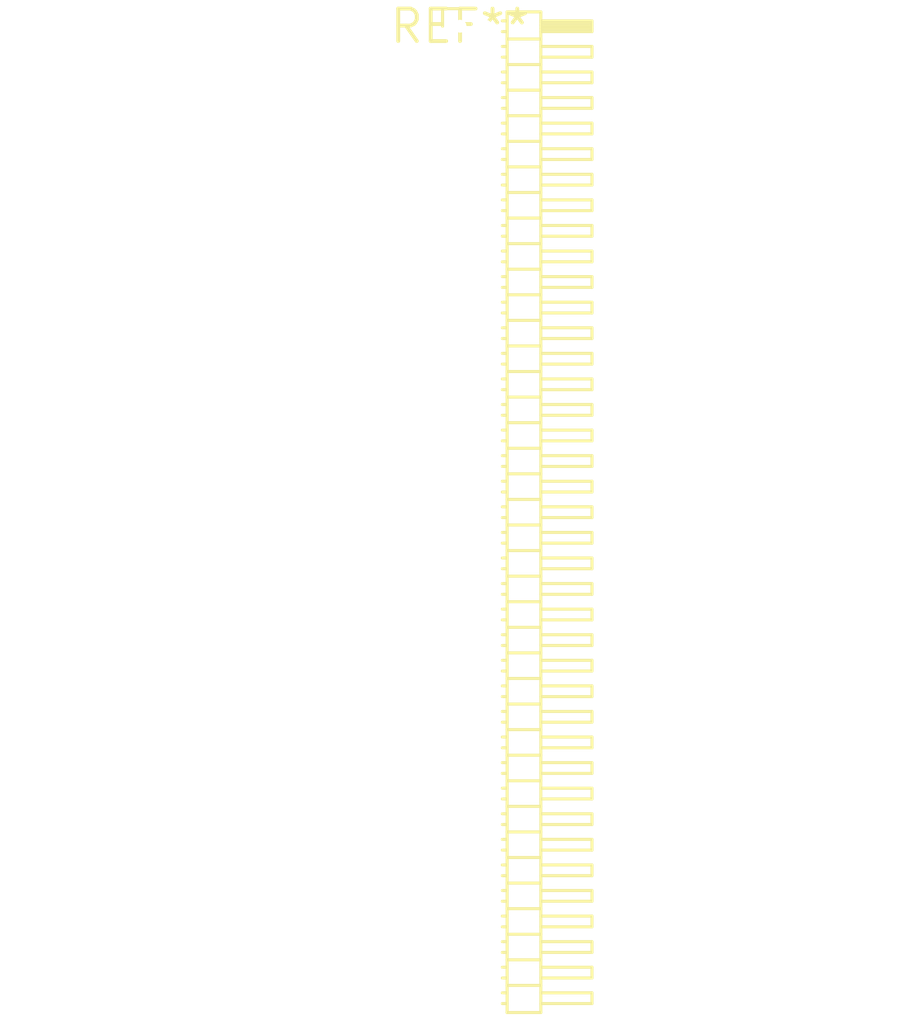
<source format=kicad_pcb>
(kicad_pcb (version 20240108) (generator pcbnew)
  (layers (0 "F.Cu" signal) (31 "B.Cu" signal) (34 "B.Paste" user) (35 "F.Paste" user) (36 "B.SilkS" user "B.Silkscreen") (37 "F.SilkS" user "F.Silkscreen") (38 "B.Mask" user) (39 "F.Mask" user) (44 "Edge.Cuts" user))
  (net 0 "")
  (footprint "PinHeader_2x39_P1.00mm_Horizontal" (layer "F.Cu") (at 0 0)
    (property "Reference" "REF**")
    (property "Value" "PinHeader_2x39_P1.00mm_Horizontal")
    (fp_line (start -0.685 -0.685) (end 0 -0.685) (layer "F.SilkS") (stroke (width 0.12)))
    (fp_line (start -0.685 0) (end -0.685 -0.685) (layer "F.SilkS") (stroke (width 0.12)))
    (fp_line (start 1.652016 -0.21) (end 1.84 -0.21) (layer "F.SilkS") (stroke (width 0.12)))
    (fp_line (start 1.652016 0.21) (end 1.84 0.21) (layer "F.SilkS") (stroke (width 0.12)))
    (fp_line (start 1.652016 0.79) (end 1.84 0.79) (layer "F.SilkS") (stroke (width 0.12)))
    (fp_line (start 1.652016 1.21) (end 1.84 1.21) (layer "F.SilkS") (stroke (width 0.12)))
    (fp_line (start 1.652016 1.79) (end 1.84 1.79) (layer "F.SilkS") (stroke (width 0.12)))
    (fp_line (start 1.652016 2.21) (end 1.84 2.21) (layer "F.SilkS") (stroke (width 0.12)))
    (fp_line (start 1.652016 2.79) (end 1.84 2.79) (layer "F.SilkS") (stroke (width 0.12)))
    (fp_line (start 1.652016 3.21) (end 1.84 3.21) (layer "F.SilkS") (stroke (width 0.12)))
    (fp_line (start 1.652016 3.79) (end 1.84 3.79) (layer "F.SilkS") (stroke (width 0.12)))
    (fp_line (start 1.652016 4.21) (end 1.84 4.21) (layer "F.SilkS") (stroke (width 0.12)))
    (fp_line (start 1.652016 4.79) (end 1.84 4.79) (layer "F.SilkS") (stroke (width 0.12)))
    (fp_line (start 1.652016 5.21) (end 1.84 5.21) (layer "F.SilkS") (stroke (width 0.12)))
    (fp_line (start 1.652016 5.79) (end 1.84 5.79) (layer "F.SilkS") (stroke (width 0.12)))
    (fp_line (start 1.652016 6.21) (end 1.84 6.21) (layer "F.SilkS") (stroke (width 0.12)))
    (fp_line (start 1.652016 6.79) (end 1.84 6.79) (layer "F.SilkS") (stroke (width 0.12)))
    (fp_line (start 1.652016 7.21) (end 1.84 7.21) (layer "F.SilkS") (stroke (width 0.12)))
    (fp_line (start 1.652016 7.79) (end 1.84 7.79) (layer "F.SilkS") (stroke (width 0.12)))
    (fp_line (start 1.652016 8.21) (end 1.84 8.21) (layer "F.SilkS") (stroke (width 0.12)))
    (fp_line (start 1.652016 8.79) (end 1.84 8.79) (layer "F.SilkS") (stroke (width 0.12)))
    (fp_line (start 1.652016 9.21) (end 1.84 9.21) (layer "F.SilkS") (stroke (width 0.12)))
    (fp_line (start 1.652016 9.79) (end 1.84 9.79) (layer "F.SilkS") (stroke (width 0.12)))
    (fp_line (start 1.652016 10.21) (end 1.84 10.21) (layer "F.SilkS") (stroke (width 0.12)))
    (fp_line (start 1.652016 10.79) (end 1.84 10.79) (layer "F.SilkS") (stroke (width 0.12)))
    (fp_line (start 1.652016 11.21) (end 1.84 11.21) (layer "F.SilkS") (stroke (width 0.12)))
    (fp_line (start 1.652016 11.79) (end 1.84 11.79) (layer "F.SilkS") (stroke (width 0.12)))
    (fp_line (start 1.652016 12.21) (end 1.84 12.21) (layer "F.SilkS") (stroke (width 0.12)))
    (fp_line (start 1.652016 12.79) (end 1.84 12.79) (layer "F.SilkS") (stroke (width 0.12)))
    (fp_line (start 1.652016 13.21) (end 1.84 13.21) (layer "F.SilkS") (stroke (width 0.12)))
    (fp_line (start 1.652016 13.79) (end 1.84 13.79) (layer "F.SilkS") (stroke (width 0.12)))
    (fp_line (start 1.652016 14.21) (end 1.84 14.21) (layer "F.SilkS") (stroke (width 0.12)))
    (fp_line (start 1.652016 14.79) (end 1.84 14.79) (layer "F.SilkS") (stroke (width 0.12)))
    (fp_line (start 1.652016 15.21) (end 1.84 15.21) (layer "F.SilkS") (stroke (width 0.12)))
    (fp_line (start 1.652016 15.79) (end 1.84 15.79) (layer "F.SilkS") (stroke (width 0.12)))
    (fp_line (start 1.652016 16.21) (end 1.84 16.21) (layer "F.SilkS") (stroke (width 0.12)))
    (fp_line (start 1.652016 16.79) (end 1.84 16.79) (layer "F.SilkS") (stroke (width 0.12)))
    (fp_line (start 1.652016 17.21) (end 1.84 17.21) (layer "F.SilkS") (stroke (width 0.12)))
    (fp_line (start 1.652016 17.79) (end 1.84 17.79) (layer "F.SilkS") (stroke (width 0.12)))
    (fp_line (start 1.652016 18.21) (end 1.84 18.21) (layer "F.SilkS") (stroke (width 0.12)))
    (fp_line (start 1.652016 18.79) (end 1.84 18.79) (layer "F.SilkS") (stroke (width 0.12)))
    (fp_line (start 1.652016 19.21) (end 1.84 19.21) (layer "F.SilkS") (stroke (width 0.12)))
    (fp_line (start 1.652016 19.79) (end 1.84 19.79) (layer "F.SilkS") (stroke (width 0.12)))
    (fp_line (start 1.652016 20.21) (end 1.84 20.21) (layer "F.SilkS") (stroke (width 0.12)))
    (fp_line (start 1.652016 20.79) (end 1.84 20.79) (layer "F.SilkS") (stroke (width 0.12)))
    (fp_line (start 1.652016 21.21) (end 1.84 21.21) (layer "F.SilkS") (stroke (width 0.12)))
    (fp_line (start 1.652016 21.79) (end 1.84 21.79) (layer "F.SilkS") (stroke (width 0.12)))
    (fp_line (start 1.652016 22.21) (end 1.84 22.21) (layer "F.SilkS") (stroke (width 0.12)))
    (fp_line (start 1.652016 22.79) (end 1.84 22.79) (layer "F.SilkS") (stroke (width 0.12)))
    (fp_line (start 1.652016 23.21) (end 1.84 23.21) (layer "F.SilkS") (stroke (width 0.12)))
    (fp_line (start 1.652016 23.79) (end 1.84 23.79) (layer "F.SilkS") (stroke (width 0.12)))
    (fp_line (start 1.652016 24.21) (end 1.84 24.21) (layer "F.SilkS") (stroke (width 0.12)))
    (fp_line (start 1.652016 24.79) (end 1.84 24.79) (layer "F.SilkS") (stroke (width 0.12)))
    (fp_line (start 1.652016 25.21) (end 1.84 25.21) (layer "F.SilkS") (stroke (width 0.12)))
    (fp_line (start 1.652016 25.79) (end 1.84 25.79) (layer "F.SilkS") (stroke (width 0.12)))
    (fp_line (start 1.652016 26.21) (end 1.84 26.21) (layer "F.SilkS") (stroke (width 0.12)))
    (fp_line (start 1.652016 26.79) (end 1.84 26.79) (layer "F.SilkS") (stroke (width 0.12)))
    (fp_line (start 1.652016 27.21) (end 1.84 27.21) (layer "F.SilkS") (stroke (width 0.12)))
    (fp_line (start 1.652016 27.79) (end 1.84 27.79) (layer "F.SilkS") (stroke (width 0.12)))
    (fp_line (start 1.652016 28.21) (end 1.84 28.21) (layer "F.SilkS") (stroke (width 0.12)))
    (fp_line (start 1.652016 28.79) (end 1.84 28.79) (layer "F.SilkS") (stroke (width 0.12)))
    (fp_line (start 1.652016 29.21) (end 1.84 29.21) (layer "F.SilkS") (stroke (width 0.12)))
    (fp_line (start 1.652016 29.79) (end 1.84 29.79) (layer "F.SilkS") (stroke (width 0.12)))
    (fp_line (start 1.652016 30.21) (end 1.84 30.21) (layer "F.SilkS") (stroke (width 0.12)))
    (fp_line (start 1.652016 30.79) (end 1.84 30.79) (layer "F.SilkS") (stroke (width 0.12)))
    (fp_line (start 1.652016 31.21) (end 1.84 31.21) (layer "F.SilkS") (stroke (width 0.12)))
    (fp_line (start 1.652016 31.79) (end 1.84 31.79) (layer "F.SilkS") (stroke (width 0.12)))
    (fp_line (start 1.652016 32.21) (end 1.84 32.21) (layer "F.SilkS") (stroke (width 0.12)))
    (fp_line (start 1.652016 32.79) (end 1.84 32.79) (layer "F.SilkS") (stroke (width 0.12)))
    (fp_line (start 1.652016 33.21) (end 1.84 33.21) (layer "F.SilkS") (stroke (width 0.12)))
    (fp_line (start 1.652016 33.79) (end 1.84 33.79) (layer "F.SilkS") (stroke (width 0.12)))
    (fp_line (start 1.652016 34.21) (end 1.84 34.21) (layer "F.SilkS") (stroke (width 0.12)))
    (fp_line (start 1.652016 34.79) (end 1.84 34.79) (layer "F.SilkS") (stroke (width 0.12)))
    (fp_line (start 1.652016 35.21) (end 1.84 35.21) (layer "F.SilkS") (stroke (width 0.12)))
    (fp_line (start 1.652016 35.79) (end 1.84 35.79) (layer "F.SilkS") (stroke (width 0.12)))
    (fp_line (start 1.652016 36.21) (end 1.84 36.21) (layer "F.SilkS") (stroke (width 0.12)))
    (fp_line (start 1.652016 36.79) (end 1.84 36.79) (layer "F.SilkS") (stroke (width 0.12)))
    (fp_line (start 1.652016 37.21) (end 1.84 37.21) (layer "F.SilkS") (stroke (width 0.12)))
    (fp_line (start 1.652016 37.79) (end 1.84 37.79) (layer "F.SilkS") (stroke (width 0.12)))
    (fp_line (start 1.652016 38.21) (end 1.84 38.21) (layer "F.SilkS") (stroke (width 0.12)))
    (fp_line (start 1.84 -0.56) (end 1.84 38.56) (layer "F.SilkS") (stroke (width 0.12)))
    (fp_line (start 1.84 0.5) (end 3.16 0.5) (layer "F.SilkS") (stroke (width 0.12)))
    (fp_line (start 1.84 1.5) (end 3.16 1.5) (layer "F.SilkS") (stroke (width 0.12)))
    (fp_line (start 1.84 2.5) (end 3.16 2.5) (layer "F.SilkS") (stroke (width 0.12)))
    (fp_line (start 1.84 3.5) (end 3.16 3.5) (layer "F.SilkS") (stroke (width 0.12)))
    (fp_line (start 1.84 4.5) (end 3.16 4.5) (layer "F.SilkS") (stroke (width 0.12)))
    (fp_line (start 1.84 5.5) (end 3.16 5.5) (layer "F.SilkS") (stroke (width 0.12)))
    (fp_line (start 1.84 6.5) (end 3.16 6.5) (layer "F.SilkS") (stroke (width 0.12)))
    (fp_line (start 1.84 7.5) (end 3.16 7.5) (layer "F.SilkS") (stroke (width 0.12)))
    (fp_line (start 1.84 8.5) (end 3.16 8.5) (layer "F.SilkS") (stroke (width 0.12)))
    (fp_line (start 1.84 9.5) (end 3.16 9.5) (layer "F.SilkS") (stroke (width 0.12)))
    (fp_line (start 1.84 10.5) (end 3.16 10.5) (layer "F.SilkS") (stroke (width 0.12)))
    (fp_line (start 1.84 11.5) (end 3.16 11.5) (layer "F.SilkS") (stroke (width 0.12)))
    (fp_line (start 1.84 12.5) (end 3.16 12.5) (layer "F.SilkS") (stroke (width 0.12)))
    (fp_line (start 1.84 13.5) (end 3.16 13.5) (layer "F.SilkS") (stroke (width 0.12)))
    (fp_line (start 1.84 14.5) (end 3.16 14.5) (layer "F.SilkS") (stroke (width 0.12)))
    (fp_line (start 1.84 15.5) (end 3.16 15.5) (layer "F.SilkS") (stroke (width 0.12)))
    (fp_line (start 1.84 16.5) (end 3.16 16.5) (layer "F.SilkS") (stroke (width 0.12)))
    (fp_line (start 1.84 17.5) (end 3.16 17.5) (layer "F.SilkS") (stroke (width 0.12)))
    (fp_line (start 1.84 18.5) (end 3.16 18.5) (layer "F.SilkS") (stroke (width 0.12)))
    (fp_line (start 1.84 19.5) (end 3.16 19.5) (layer "F.SilkS") (stroke (width 0.12)))
    (fp_line (start 1.84 20.5) (end 3.16 20.5) (layer "F.SilkS") (stroke (width 0.12)))
    (fp_line (start 1.84 21.5) (end 3.16 21.5) (layer "F.SilkS") (stroke (width 0.12)))
    (fp_line (start 1.84 22.5) (end 3.16 22.5) (layer "F.SilkS") (stroke (width 0.12)))
    (fp_line (start 1.84 23.5) (end 3.16 23.5) (layer "F.SilkS") (stroke (width 0.12)))
    (fp_line (start 1.84 24.5) (end 3.16 24.5) (layer "F.SilkS") (stroke (width 0.12)))
    (fp_line (start 1.84 25.5) (end 3.16 25.5) (layer "F.SilkS") (stroke (width 0.12)))
    (fp_line (start 1.84 26.5) (end 3.16 26.5) (layer "F.SilkS") (stroke (width 0.12)))
    (fp_line (start 1.84 27.5) (end 3.16 27.5) (layer "F.SilkS") (stroke (width 0.12)))
    (fp_line (start 1.84 28.5) (end 3.16 28.5) (layer "F.SilkS") (stroke (width 0.12)))
    (fp_line (start 1.84 29.5) (end 3.16 29.5) (layer "F.SilkS") (stroke (width 0.12)))
    (fp_line (start 1.84 30.5) (end 3.16 30.5) (layer "F.SilkS") (stroke (width 0.12)))
    (fp_line (start 1.84 31.5) (end 3.16 31.5) (layer "F.SilkS") (stroke (width 0.12)))
    (fp_line (start 1.84 32.5) (end 3.16 32.5) (layer "F.SilkS") (stroke (width 0.12)))
    (fp_line (start 1.84 33.5) (end 3.16 33.5) (layer "F.SilkS") (stroke (width 0.12)))
    (fp_line (start 1.84 34.5) (end 3.16 34.5) (layer "F.SilkS") (stroke (width 0.12)))
    (fp_line (start 1.84 35.5) (end 3.16 35.5) (layer "F.SilkS") (stroke (width 0.12)))
    (fp_line (start 1.84 36.5) (end 3.16 36.5) (layer "F.SilkS") (stroke (width 0.12)))
    (fp_line (start 1.84 37.5) (end 3.16 37.5) (layer "F.SilkS") (stroke (width 0.12)))
    (fp_line (start 1.84 38.56) (end 3.16 38.56) (layer "F.SilkS") (stroke (width 0.12)))
    (fp_line (start 3.16 -0.56) (end 1.84 -0.56) (layer "F.SilkS") (stroke (width 0.12)))
    (fp_line (start 3.16 -0.21) (end 5.16 -0.21) (layer "F.SilkS") (stroke (width 0.12)))
    (fp_line (start 3.16 -0.15) (end 5.16 -0.15) (layer "F.SilkS") (stroke (width 0.12)))
    (fp_line (start 3.16 -0.03) (end 5.16 -0.03) (layer "F.SilkS") (stroke (width 0.12)))
    (fp_line (start 3.16 0.09) (end 5.16 0.09) (layer "F.SilkS") (stroke (width 0.12)))
    (fp_line (start 3.16 0.79) (end 5.16 0.79) (layer "F.SilkS") (stroke (width 0.12)))
    (fp_line (start 3.16 1.79) (end 5.16 1.79) (layer "F.SilkS") (stroke (width 0.12)))
    (fp_line (start 3.16 2.79) (end 5.16 2.79) (layer "F.SilkS") (stroke (width 0.12)))
    (fp_line (start 3.16 3.79) (end 5.16 3.79) (layer "F.SilkS") (stroke (width 0.12)))
    (fp_line (start 3.16 4.79) (end 5.16 4.79) (layer "F.SilkS") (stroke (width 0.12)))
    (fp_line (start 3.16 5.79) (end 5.16 5.79) (layer "F.SilkS") (stroke (width 0.12)))
    (fp_line (start 3.16 6.79) (end 5.16 6.79) (layer "F.SilkS") (stroke (width 0.12)))
    (fp_line (start 3.16 7.79) (end 5.16 7.79) (layer "F.SilkS") (stroke (width 0.12)))
    (fp_line (start 3.16 8.79) (end 5.16 8.79) (layer "F.SilkS") (stroke (width 0.12)))
    (fp_line (start 3.16 9.79) (end 5.16 9.79) (layer "F.SilkS") (stroke (width 0.12)))
    (fp_line (start 3.16 10.79) (end 5.16 10.79) (layer "F.SilkS") (stroke (width 0.12)))
    (fp_line (start 3.16 11.79) (end 5.16 11.79) (layer "F.SilkS") (stroke (width 0.12)))
    (fp_line (start 3.16 12.79) (end 5.16 12.79) (layer "F.SilkS") (stroke (width 0.12)))
    (fp_line (start 3.16 13.79) (end 5.16 13.79) (layer "F.SilkS") (stroke (width 0.12)))
    (fp_line (start 3.16 14.79) (end 5.16 14.79) (layer "F.SilkS") (stroke (width 0.12)))
    (fp_line (start 3.16 15.79) (end 5.16 15.79) (layer "F.SilkS") (stroke (width 0.12)))
    (fp_line (start 3.16 16.79) (end 5.16 16.79) (layer "F.SilkS") (stroke (width 0.12)))
    (fp_line (start 3.16 17.79) (end 5.16 17.79) (layer "F.SilkS") (stroke (width 0.12)))
    (fp_line (start 3.16 18.79) (end 5.16 18.79) (layer "F.SilkS") (stroke (width 0.12)))
    (fp_line (start 3.16 19.79) (end 5.16 19.79) (layer "F.SilkS") (stroke (width 0.12)))
    (fp_line (start 3.16 20.79) (end 5.16 20.79) (layer "F.SilkS") (stroke (width 0.12)))
    (fp_line (start 3.16 21.79) (end 5.16 21.79) (layer "F.SilkS") (stroke (width 0.12)))
    (fp_line (start 3.16 22.79) (end 5.16 22.79) (layer "F.SilkS") (stroke (width 0.12)))
    (fp_line (start 3.16 23.79) (end 5.16 23.79) (layer "F.SilkS") (stroke (width 0.12)))
    (fp_line (start 3.16 24.79) (end 5.16 24.79) (layer "F.SilkS") (stroke (width 0.12)))
    (fp_line (start 3.16 25.79) (end 5.16 25.79) (layer "F.SilkS") (stroke (width 0.12)))
    (fp_line (start 3.16 26.79) (end 5.16 26.79) (layer "F.SilkS") (stroke (width 0.12)))
    (fp_line (start 3.16 27.79) (end 5.16 27.79) (layer "F.SilkS") (stroke (width 0.12)))
    (fp_line (start 3.16 28.79) (end 5.16 28.79) (layer "F.SilkS") (stroke (width 0.12)))
    (fp_line (start 3.16 29.79) (end 5.16 29.79) (layer "F.SilkS") (stroke (width 0.12)))
    (fp_line (start 3.16 30.79) (end 5.16 30.79) (layer "F.SilkS") (stroke (width 0.12)))
    (fp_line (start 3.16 31.79) (end 5.16 31.79) (layer "F.SilkS") (stroke (width 0.12)))
    (fp_line (start 3.16 32.79) (end 5.16 32.79) (layer "F.SilkS") (stroke (width 0.12)))
    (fp_line (start 3.16 33.79) (end 5.16 33.79) (layer "F.SilkS") (stroke (width 0.12)))
    (fp_line (start 3.16 34.79) (end 5.16 34.79) (layer "F.SilkS") (stroke (width 0.12)))
    (fp_line (start 3.16 35.79) (end 5.16 35.79) (layer "F.SilkS") (stroke (width 0.12)))
    (fp_line (start 3.16 36.79) (end 5.16 36.79) (layer "F.SilkS") (stroke (width 0.12)))
    (fp_line (start 3.16 37.79) (end 5.16 37.79) (layer "F.SilkS") (stroke (width 0.12)))
    (fp_line (start 3.16 38.56) (end 3.16 -0.56) (layer "F.SilkS") (stroke (width 0.12)))
    (fp_line (start 5.16 -0.21) (end 5.16 0.21) (layer "F.SilkS") (stroke (width 0.12)))
    (fp_line (start 5.16 0.21) (end 3.16 0.21) (layer "F.SilkS") (stroke (width 0.12)))
    (fp_line (start 5.16 0.79) (end 5.16 1.21) (layer "F.SilkS") (stroke (width 0.12)))
    (fp_line (start 5.16 1.21) (end 3.16 1.21) (layer "F.SilkS") (stroke (width 0.12)))
    (fp_line (start 5.16 1.79) (end 5.16 2.21) (layer "F.SilkS") (stroke (width 0.12)))
    (fp_line (start 5.16 2.21) (end 3.16 2.21) (layer "F.SilkS") (stroke (width 0.12)))
    (fp_line (start 5.16 2.79) (end 5.16 3.21) (layer "F.SilkS") (stroke (width 0.12)))
    (fp_line (start 5.16 3.21) (end 3.16 3.21) (layer "F.SilkS") (stroke (width 0.12)))
    (fp_line (start 5.16 3.79) (end 5.16 4.21) (layer "F.SilkS") (stroke (width 0.12)))
    (fp_line (start 5.16 4.21) (end 3.16 4.21) (layer "F.SilkS") (stroke (width 0.12)))
    (fp_line (start 5.16 4.79) (end 5.16 5.21) (layer "F.SilkS") (stroke (width 0.12)))
    (fp_line (start 5.16 5.21) (end 3.16 5.21) (layer "F.SilkS") (stroke (width 0.12)))
    (fp_line (start 5.16 5.79) (end 5.16 6.21) (layer "F.SilkS") (stroke (width 0.12)))
    (fp_line (start 5.16 6.21) (end 3.16 6.21) (layer "F.SilkS") (stroke (width 0.12)))
    (fp_line (start 5.16 6.79) (end 5.16 7.21) (layer "F.SilkS") (stroke (width 0.12)))
    (fp_line (start 5.16 7.21) (end 3.16 7.21) (layer "F.SilkS") (stroke (width 0.12)))
    (fp_line (start 5.16 7.79) (end 5.16 8.21) (layer "F.SilkS") (stroke (width 0.12)))
    (fp_line (start 5.16 8.21) (end 3.16 8.21) (layer "F.SilkS") (stroke (width 0.12)))
    (fp_line (start 5.16 8.79) (end 5.16 9.21) (layer "F.SilkS") (stroke (width 0.12)))
    (fp_line (start 5.16 9.21) (end 3.16 9.21) (layer "F.SilkS") (stroke (width 0.12)))
    (fp_line (start 5.16 9.79) (end 5.16 10.21) (layer "F.SilkS") (stroke (width 0.12)))
    (fp_line (start 5.16 10.21) (end 3.16 10.21) (layer "F.SilkS") (stroke (width 0.12)))
    (fp_line (start 5.16 10.79) (end 5.16 11.21) (layer "F.SilkS") (stroke (width 0.12)))
    (fp_line (start 5.16 11.21) (end 3.16 11.21) (layer "F.SilkS") (stroke (width 0.12)))
    (fp_line (start 5.16 11.79) (end 5.16 12.21) (layer "F.SilkS") (stroke (width 0.12)))
    (fp_line (start 5.16 12.21) (end 3.16 12.21) (layer "F.SilkS") (stroke (width 0.12)))
    (fp_line (start 5.16 12.79) (end 5.16 13.21) (layer "F.SilkS") (stroke (width 0.12)))
    (fp_line (start 5.16 13.21) (end 3.16 13.21) (layer "F.SilkS") (stroke (width 0.12)))
    (fp_line (start 5.16 13.79) (end 5.16 14.21) (layer "F.SilkS") (stroke (width 0.12)))
    (fp_line (start 5.16 14.21) (end 3.16 14.21) (layer "F.SilkS") (stroke (width 0.12)))
    (fp_line (start 5.16 14.79) (end 5.16 15.21) (layer "F.SilkS") (stroke (width 0.12)))
    (fp_line (start 5.16 15.21) (end 3.16 15.21) (layer "F.SilkS") (stroke (width 0.12)))
    (fp_line (start 5.16 15.79) (end 5.16 16.21) (layer "F.SilkS") (stroke (width 0.12)))
    (fp_line (start 5.16 16.21) (end 3.16 16.21) (layer "F.SilkS") (stroke (width 0.12)))
    (fp_line (start 5.16 16.79) (end 5.16 17.21) (layer "F.SilkS") (stroke (width 0.12)))
    (fp_line (start 5.16 17.21) (end 3.16 17.21) (layer "F.SilkS") (stroke (width 0.12)))
    (fp_line (start 5.16 17.79) (end 5.16 18.21) (layer "F.SilkS") (stroke (width 0.12)))
    (fp_line (start 5.16 18.21) (end 3.16 18.21) (layer "F.SilkS") (stroke (width 0.12)))
    (fp_line (start 5.16 18.79) (end 5.16 19.21) (layer "F.SilkS") (stroke (width 0.12)))
    (fp_line (start 5.16 19.21) (end 3.16 19.21) (layer "F.SilkS") (stroke (width 0.12)))
    (fp_line (start 5.16 19.79) (end 5.16 20.21) (layer "F.SilkS") (stroke (width 0.12)))
    (fp_line (start 5.16 20.21) (end 3.16 20.21) (layer "F.SilkS") (stroke (width 0.12)))
    (fp_line (start 5.16 20.79) (end 5.16 21.21) (layer "F.SilkS") (stroke (width 0.12)))
    (fp_line (start 5.16 21.21) (end 3.16 21.21) (layer "F.SilkS") (stroke (width 0.12)))
    (fp_line (start 5.16 21.79) (end 5.16 22.21) (layer "F.SilkS") (stroke (width 0.12)))
    (fp_line (start 5.16 22.21) (end 3.16 22.21) (layer "F.SilkS") (stroke (width 0.12)))
    (fp_line (start 5.16 22.79) (end 5.16 23.21) (layer "F.SilkS") (stroke (width 0.12)))
    (fp_line (start 5.16 23.21) (end 3.16 23.21) (layer "F.SilkS") (stroke (width 0.12)))
    (fp_line (start 5.16 23.79) (end 5.16 24.21) (layer "F.SilkS") (stroke (width 0.12)))
    (fp_line (start 5.16 24.21) (end 3.16 24.21) (layer "F.SilkS") (stroke (width 0.12)))
    (fp_line (start 5.16 24.79) (end 5.16 25.21) (layer "F.SilkS") (stroke (width 0.12)))
    (fp_line (start 5.16 25.21) (end 3.16 25.21) (layer "F.SilkS") (stroke (width 0.12)))
    (fp_line (start 5.16 25.79) (end 5.16 26.21) (layer "F.SilkS") (stroke (width 0.12)))
    (fp_line (start 5.16 26.21) (end 3.16 26.21) (layer "F.SilkS") (stroke (width 0.12)))
    (fp_line (start 5.16 26.79) (end 5.16 27.21) (layer "F.SilkS") (stroke (width 0.12)))
    (fp_line (start 5.16 27.21) (end 3.16 27.21) (layer "F.SilkS") (stroke (width 0.12)))
    (fp_line (start 5.16 27.79) (end 5.16 28.21) (layer "F.SilkS") (stroke (width 0.12)))
    (fp_line (start 5.16 28.21) (end 3.16 28.21) (layer "F.SilkS") (stroke (width 0.12)))
    (fp_line (start 5.16 28.79) (end 5.16 29.21) (layer "F.SilkS") (stroke (width 0.12)))
    (fp_line (start 5.16 29.21) (end 3.16 29.21) (layer "F.SilkS") (stroke (width 0.12)))
    (fp_line (start 5.16 29.79) (end 5.16 30.21) (layer "F.SilkS") (stroke (width 0.12)))
    (fp_line (start 5.16 30.21) (end 3.16 30.21) (layer "F.SilkS") (stroke (width 0.12)))
    (fp_line (start 5.16 30.79) (end 5.16 31.21) (layer "F.SilkS") (stroke (width 0.12)))
    (fp_line (start 5.16 31.21) (end 3.16 31.21) (layer "F.SilkS") (stroke (width 0.12)))
    (fp_line (start 5.16 31.79) (end 5.16 32.21) (layer "F.SilkS") (stroke (width 0.12)))
    (fp_line (start 5.16 32.21) (end 3.16 32.21) (layer "F.SilkS") (stroke (width 0.12)))
    (fp_line (start 5.16 32.79) (end 5.16 33.21) (layer "F.SilkS") (stroke (width 0.12)))
    (fp_line (start 5.16 33.21) (end 3.16 33.21) (layer "F.SilkS") (stroke (width 0.12)))
    (fp_line (start 5.16 33.79) (end 5.16 34.21) (layer "F.SilkS") (stroke (width 0.12)))
    (fp_line (start 5.16 34.21) (end 3.16 34.21) (layer "F.SilkS") (stroke (width 0.12)))
    (fp_line (start 5.16 34.79) (end 5.16 35.21) (layer "F.SilkS") (stroke (width 0.12)))
    (fp_line (start 5.16 35.21) (end 3.16 35.21) (layer "F.SilkS") (stroke (width 0.12)))
    (fp_line (start 5.16 35.79) (end 5.16 36.21) (layer "F.SilkS") (stroke (width 0.12)))
    (fp_line (start 5.16 36.21) (end 3.16 36.21) (layer "F.SilkS") (stroke (width 0.12)))
    (fp_line (start 5.16 36.79) (end 5.16 37.21) (layer "F.SilkS") (stroke (width 0.12)))
    (fp_line (start 5.16 37.21) (end 3.16 37.21) (layer "F.SilkS") (stroke (width 0.12)))
    (fp_line (start 5.16 37.79) (end 5.16 38.21) (layer "F.SilkS") (stroke (width 0.12)))
    (fp_line (start 5.16 38.21) (end 3.16 38.21) (layer "F.SilkS") (stroke (width 0.12)))
    (pad "1" thru_hole rect (at 0 0) (size 0.85 0.85) (drill 0.5) (layers *.Cu *.Mask) (remove_unused_layers))
    (pad "2" thru_hole oval (at 1 0) (size 0.85 0.85) (drill 0.5) (layers *.Cu *.Mask) (remove_unused_layers))
    (pad "3" thru_hole oval (at 0 1) (size 0.85 0.85) (drill 0.5) (layers *.Cu *.Mask) (remove_unused_layers))
    (pad "4" thru_hole oval (at 1 1) (size 0.85 0.85) (drill 0.5) (layers *.Cu *.Mask) (remove_unused_layers))
    (pad "5" thru_hole oval (at 0 2) (size 0.85 0.85) (drill 0.5) (layers *.Cu *.Mask) (remove_unused_layers))
    (pad "6" thru_hole oval (at 1 2) (size 0.85 0.85) (drill 0.5) (layers *.Cu *.Mask) (remove_unused_layers))
    (pad "7" thru_hole oval (at 0 3) (size 0.85 0.85) (drill 0.5) (layers *.Cu *.Mask) (remove_unused_layers))
    (pad "8" thru_hole oval (at 1 3) (size 0.85 0.85) (drill 0.5) (layers *.Cu *.Mask) (remove_unused_layers))
    (pad "9" thru_hole oval (at 0 4) (size 0.85 0.85) (drill 0.5) (layers *.Cu *.Mask) (remove_unused_layers))
    (pad "10" thru_hole oval (at 1 4) (size 0.85 0.85) (drill 0.5) (layers *.Cu *.Mask) (remove_unused_layers))
    (pad "11" thru_hole oval (at 0 5) (size 0.85 0.85) (drill 0.5) (layers *.Cu *.Mask) (remove_unused_layers))
    (pad "12" thru_hole oval (at 1 5) (size 0.85 0.85) (drill 0.5) (layers *.Cu *.Mask) (remove_unused_layers))
    (pad "13" thru_hole oval (at 0 6) (size 0.85 0.85) (drill 0.5) (layers *.Cu *.Mask) (remove_unused_layers))
    (pad "14" thru_hole oval (at 1 6) (size 0.85 0.85) (drill 0.5) (layers *.Cu *.Mask) (remove_unused_layers))
    (pad "15" thru_hole oval (at 0 7) (size 0.85 0.85) (drill 0.5) (layers *.Cu *.Mask) (remove_unused_layers))
    (pad "16" thru_hole oval (at 1 7) (size 0.85 0.85) (drill 0.5) (layers *.Cu *.Mask) (remove_unused_layers))
    (pad "17" thru_hole oval (at 0 8) (size 0.85 0.85) (drill 0.5) (layers *.Cu *.Mask) (remove_unused_layers))
    (pad "18" thru_hole oval (at 1 8) (size 0.85 0.85) (drill 0.5) (layers *.Cu *.Mask) (remove_unused_layers))
    (pad "19" thru_hole oval (at 0 9) (size 0.85 0.85) (drill 0.5) (layers *.Cu *.Mask) (remove_unused_layers))
    (pad "20" thru_hole oval (at 1 9) (size 0.85 0.85) (drill 0.5) (layers *.Cu *.Mask) (remove_unused_layers))
    (pad "21" thru_hole oval (at 0 10) (size 0.85 0.85) (drill 0.5) (layers *.Cu *.Mask) (remove_unused_layers))
    (pad "22" thru_hole oval (at 1 10) (size 0.85 0.85) (drill 0.5) (layers *.Cu *.Mask) (remove_unused_layers))
    (pad "23" thru_hole oval (at 0 11) (size 0.85 0.85) (drill 0.5) (layers *.Cu *.Mask) (remove_unused_layers))
    (pad "24" thru_hole oval (at 1 11) (size 0.85 0.85) (drill 0.5) (layers *.Cu *.Mask) (remove_unused_layers))
    (pad "25" thru_hole oval (at 0 12) (size 0.85 0.85) (drill 0.5) (layers *.Cu *.Mask) (remove_unused_layers))
    (pad "26" thru_hole oval (at 1 12) (size 0.85 0.85) (drill 0.5) (layers *.Cu *.Mask) (remove_unused_layers))
    (pad "27" thru_hole oval (at 0 13) (size 0.85 0.85) (drill 0.5) (layers *.Cu *.Mask) (remove_unused_layers))
    (pad "28" thru_hole oval (at 1 13) (size 0.85 0.85) (drill 0.5) (layers *.Cu *.Mask) (remove_unused_layers))
    (pad "29" thru_hole oval (at 0 14) (size 0.85 0.85) (drill 0.5) (layers *.Cu *.Mask) (remove_unused_layers))
    (pad "30" thru_hole oval (at 1 14) (size 0.85 0.85) (drill 0.5) (layers *.Cu *.Mask) (remove_unused_layers))
    (pad "31" thru_hole oval (at 0 15) (size 0.85 0.85) (drill 0.5) (layers *.Cu *.Mask) (remove_unused_layers))
    (pad "32" thru_hole oval (at 1 15) (size 0.85 0.85) (drill 0.5) (layers *.Cu *.Mask) (remove_unused_layers))
    (pad "33" thru_hole oval (at 0 16) (size 0.85 0.85) (drill 0.5) (layers *.Cu *.Mask) (remove_unused_layers))
    (pad "34" thru_hole oval (at 1 16) (size 0.85 0.85) (drill 0.5) (layers *.Cu *.Mask) (remove_unused_layers))
    (pad "35" thru_hole oval (at 0 17) (size 0.85 0.85) (drill 0.5) (layers *.Cu *.Mask) (remove_unused_layers))
    (pad "36" thru_hole oval (at 1 17) (size 0.85 0.85) (drill 0.5) (layers *.Cu *.Mask) (remove_unused_layers))
    (pad "37" thru_hole oval (at 0 18) (size 0.85 0.85) (drill 0.5) (layers *.Cu *.Mask) (remove_unused_layers))
    (pad "38" thru_hole oval (at 1 18) (size 0.85 0.85) (drill 0.5) (layers *.Cu *.Mask) (remove_unused_layers))
    (pad "39" thru_hole oval (at 0 19) (size 0.85 0.85) (drill 0.5) (layers *.Cu *.Mask) (remove_unused_layers))
    (pad "40" thru_hole oval (at 1 19) (size 0.85 0.85) (drill 0.5) (layers *.Cu *.Mask) (remove_unused_layers))
    (pad "41" thru_hole oval (at 0 20) (size 0.85 0.85) (drill 0.5) (layers *.Cu *.Mask) (remove_unused_layers))
    (pad "42" thru_hole oval (at 1 20) (size 0.85 0.85) (drill 0.5) (layers *.Cu *.Mask) (remove_unused_layers))
    (pad "43" thru_hole oval (at 0 21) (size 0.85 0.85) (drill 0.5) (layers *.Cu *.Mask) (remove_unused_layers))
    (pad "44" thru_hole oval (at 1 21) (size 0.85 0.85) (drill 0.5) (layers *.Cu *.Mask) (remove_unused_layers))
    (pad "45" thru_hole oval (at 0 22) (size 0.85 0.85) (drill 0.5) (layers *.Cu *.Mask) (remove_unused_layers))
    (pad "46" thru_hole oval (at 1 22) (size 0.85 0.85) (drill 0.5) (layers *.Cu *.Mask) (remove_unused_layers))
    (pad "47" thru_hole oval (at 0 23) (size 0.85 0.85) (drill 0.5) (layers *.Cu *.Mask) (remove_unused_layers))
    (pad "48" thru_hole oval (at 1 23) (size 0.85 0.85) (drill 0.5) (layers *.Cu *.Mask) (remove_unused_layers))
    (pad "49" thru_hole oval (at 0 24) (size 0.85 0.85) (drill 0.5) (layers *.Cu *.Mask) (remove_unused_layers))
    (pad "50" thru_hole oval (at 1 24) (size 0.85 0.85) (drill 0.5) (layers *.Cu *.Mask) (remove_unused_layers))
    (pad "51" thru_hole oval (at 0 25) (size 0.85 0.85) (drill 0.5) (layers *.Cu *.Mask) (remove_unused_layers))
    (pad "52" thru_hole oval (at 1 25) (size 0.85 0.85) (drill 0.5) (layers *.Cu *.Mask) (remove_unused_layers))
    (pad "53" thru_hole oval (at 0 26) (size 0.85 0.85) (drill 0.5) (layers *.Cu *.Mask) (remove_unused_layers))
    (pad "54" thru_hole oval (at 1 26) (size 0.85 0.85) (drill 0.5) (layers *.Cu *.Mask) (remove_unused_layers))
    (pad "55" thru_hole oval (at 0 27) (size 0.85 0.85) (drill 0.5) (layers *.Cu *.Mask) (remove_unused_layers))
    (pad "56" thru_hole oval (at 1 27) (size 0.85 0.85) (drill 0.5) (layers *.Cu *.Mask) (remove_unused_layers))
    (pad "57" thru_hole oval (at 0 28) (size 0.85 0.85) (drill 0.5) (layers *.Cu *.Mask) (remove_unused_layers))
    (pad "58" thru_hole oval (at 1 28) (size 0.85 0.85) (drill 0.5) (layers *.Cu *.Mask) (remove_unused_layers))
    (pad "59" thru_hole oval (at 0 29) (size 0.85 0.85) (drill 0.5) (layers *.Cu *.Mask) (remove_unused_layers))
    (pad "60" thru_hole oval (at 1 29) (size 0.85 0.85) (drill 0.5) (layers *.Cu *.Mask) (remove_unused_layers))
    (pad "61" thru_hole oval (at 0 30) (size 0.85 0.85) (drill 0.5) (layers *.Cu *.Mask) (remove_unused_layers))
    (pad "62" thru_hole oval (at 1 30) (size 0.85 0.85) (drill 0.5) (layers *.Cu *.Mask) (remove_unused_layers))
    (pad "63" thru_hole oval (at 0 31) (size 0.85 0.85) (drill 0.5) (layers *.Cu *.Mask) (remove_unused_layers))
    (pad "64" thru_hole oval (at 1 31) (size 0.85 0.85) (drill 0.5) (layers *.Cu *.Mask) (remove_unused_layers))
    (pad "65" thru_hole oval (at 0 32) (size 0.85 0.85) (drill 0.5) (layers *.Cu *.Mask) (remove_unused_layers))
    (pad "66" thru_hole oval (at 1 32) (size 0.85 0.85) (drill 0.5) (layers *.Cu *.Mask) (remove_unused_layers))
    (pad "67" thru_hole oval (at 0 33) (size 0.85 0.85) (drill 0.5) (layers *.Cu *.Mask) (remove_unused_layers))
    (pad "68" thru_hole oval (at 1 33) (size 0.85 0.85) (drill 0.5) (layers *.Cu *.Mask) (remove_unused_layers))
    (pad "69" thru_hole oval (at 0 34) (size 0.85 0.85) (drill 0.5) (layers *.Cu *.Mask) (remove_unused_layers))
    (pad "70" thru_hole oval (at 1 34) (size 0.85 0.85) (drill 0.5) (layers *.Cu *.Mask) (remove_unused_layers))
    (pad "71" thru_hole oval (at 0 35) (size 0.85 0.85) (drill 0.5) (layers *.Cu *.Mask) (remove_unused_layers))
    (pad "72" thru_hole oval (at 1 35) (size 0.85 0.85) (drill 0.5) (layers *.Cu *.Mask) (remove_unused_layers))
    (pad "73" thru_hole oval (at 0 36) (size 0.85 0.85) (drill 0.5) (layers *.Cu *.Mask) (remove_unused_layers))
    (pad "74" thru_hole oval (at 1 36) (size 0.85 0.85) (drill 0.5) (layers *.Cu *.Mask) (remove_unused_layers))
    (pad "75" thru_hole oval (at 0 37) (size 0.85 0.85) (drill 0.5) (layers *.Cu *.Mask) (remove_unused_layers))
    (pad "76" thru_hole oval (at 1 37) (size 0.85 0.85) (drill 0.5) (layers *.Cu *.Mask) (remove_unused_layers))
    (pad "77" thru_hole oval (at 0 38) (size 0.85 0.85) (drill 0.5) (layers *.Cu *.Mask) (remove_unused_layers))
    (pad "78" thru_hole oval (at 1 38) (size 0.85 0.85) (drill 0.5) (layers *.Cu *.Mask) (remove_unused_layers))
  )
)
</source>
